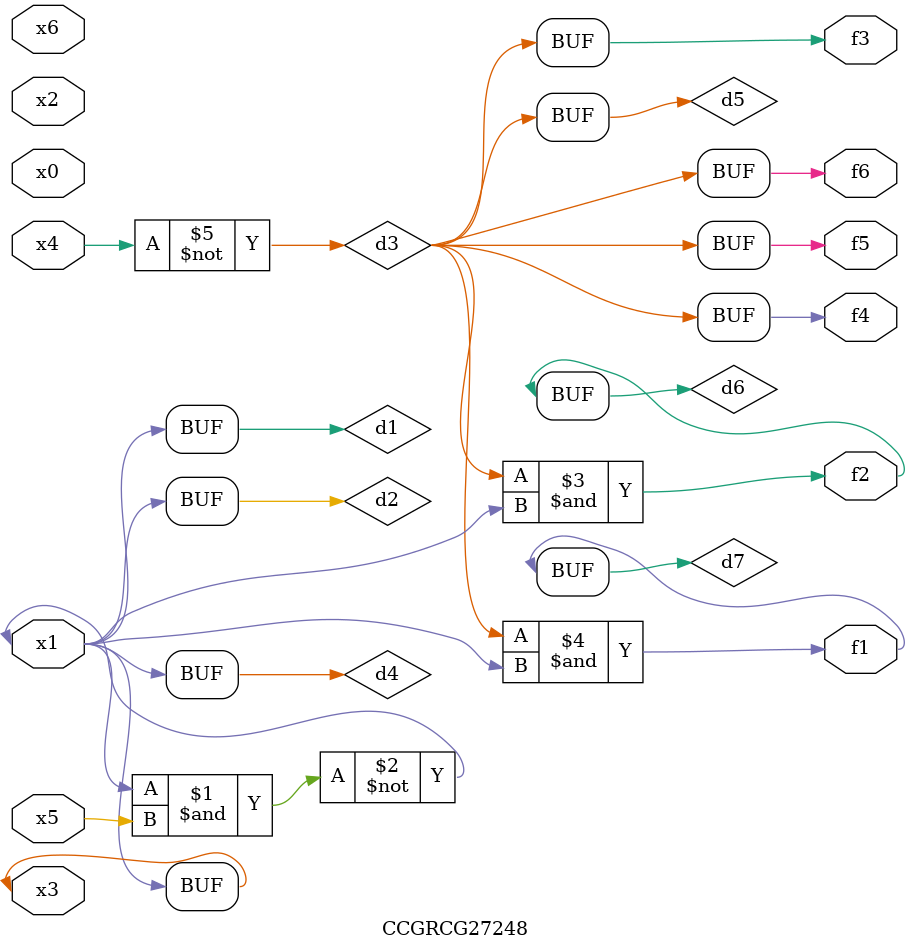
<source format=v>
module CCGRCG27248(
	input x0, x1, x2, x3, x4, x5, x6,
	output f1, f2, f3, f4, f5, f6
);

	wire d1, d2, d3, d4, d5, d6, d7;

	buf (d1, x1, x3);
	nand (d2, x1, x5);
	not (d3, x4);
	buf (d4, d1, d2);
	buf (d5, d3);
	and (d6, d3, d4);
	and (d7, d3, d4);
	assign f1 = d7;
	assign f2 = d6;
	assign f3 = d5;
	assign f4 = d5;
	assign f5 = d5;
	assign f6 = d5;
endmodule

</source>
